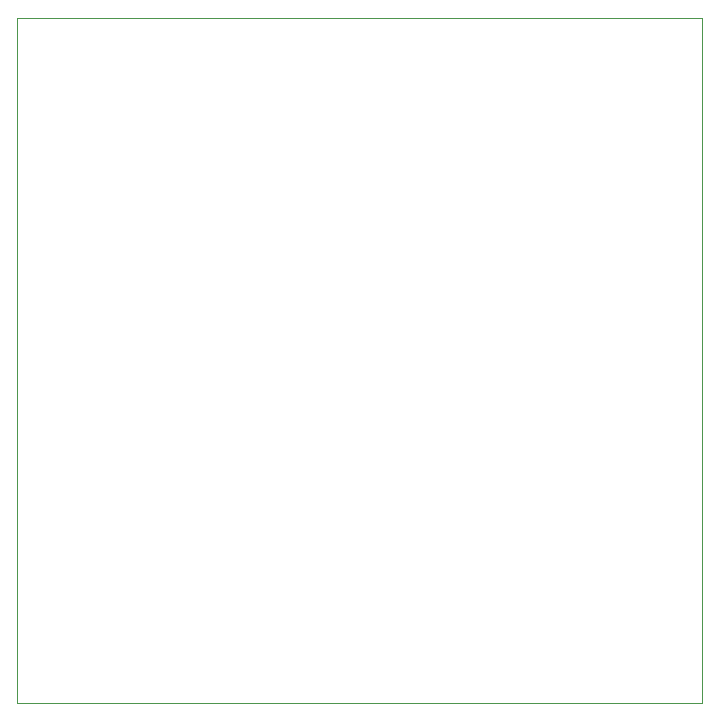
<source format=gbr>
%TF.GenerationSoftware,KiCad,Pcbnew,9.0.0*%
%TF.CreationDate,2025-03-23T15:00:11-07:00*%
%TF.ProjectId,SMRRC,534d5252-432e-46b6-9963-61645f706362,n/c*%
%TF.SameCoordinates,Original*%
%TF.FileFunction,Profile,NP*%
%FSLAX46Y46*%
G04 Gerber Fmt 4.6, Leading zero omitted, Abs format (unit mm)*
G04 Created by KiCad (PCBNEW 9.0.0) date 2025-03-23 15:00:11*
%MOMM*%
%LPD*%
G01*
G04 APERTURE LIST*
%TA.AperFunction,Profile*%
%ADD10C,0.050000*%
%TD*%
G04 APERTURE END LIST*
D10*
X123000000Y-38000000D02*
X181000000Y-38000000D01*
X181000000Y-96000000D01*
X123000000Y-96000000D01*
X123000000Y-38000000D01*
M02*

</source>
